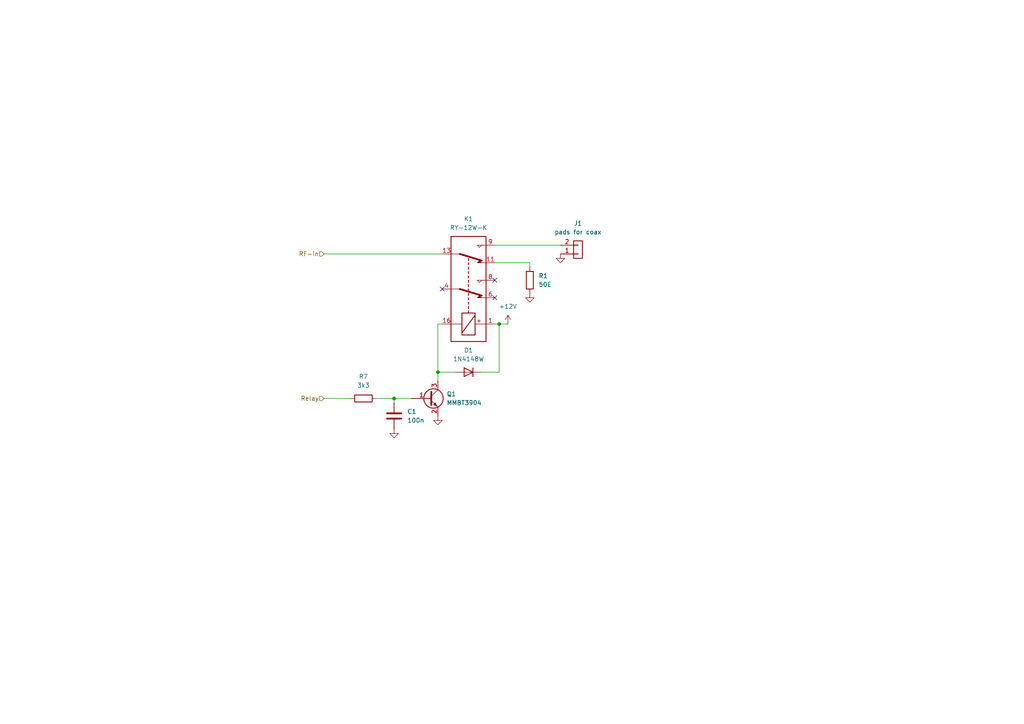
<source format=kicad_sch>
(kicad_sch (version 20211123) (generator eeschema)
  (paper "A4")
  (lib_symbols
    (symbol "Components:Conn_01x02" (pin_names (offset 1.016) hide)
      (property "Reference" "J7" (at 0 8.89 0))
      (property "Value" "Conn_01x02" (at 0 6.35 0))
      (symbol "Conn_01x02_1_1"
        (rectangle (start -1.27 -2.413) (end 0 -2.667) (stroke (width 0.1524)))
        (rectangle (start -1.27 0.127) (end 0 -0.127) (stroke (width 0.1524)))
        (rectangle (start -1.27 1.27) (end 1.27 -3.81) (stroke (width 0.254)))
        (pin passive line (at -5.08 0 0) (length 3.81) (name "Pin_1") (number "1"))
        (pin passive line (at -5.08 -2.54 0) (length 3.81) (name "Pin_2") (number "2"))
      )
    )
    (symbol "Components:RY-12W-K"
      (property "Reference" "K" (at 16.51 3.81 0))
      (property "Value" "RY-12W-K" (at 16.51 1.27 0))
      (symbol "RY-12W-K_0_0"
        (text "+" (at -9.271 2.921 0) (effects (font (size 1.27 1.27))))
      )
      (symbol "RY-12W-K_0_1"
        (rectangle (start -15.24 5.08) (end 15.24 -5.08) (stroke (width 0.254)))
        (rectangle (start -13.335 1.905) (end -6.985 -1.905) (stroke (width 0.254)))
        (polyline (pts (xy -12.7 -1.905) (xy -7.62 1.905)) (stroke (width 0.254)))
        (polyline (pts (xy -10.16 -5.08) (xy -10.16 -1.905)))
        (polyline (pts (xy -10.16 5.08) (xy -10.16 1.905)))
        (polyline (pts (xy -6.985 0) (xy -6.35 0)) (stroke (width 0.254)))
        (polyline (pts (xy -5.715 0) (xy -5.08 0)) (stroke (width 0.254)))
        (polyline (pts (xy -4.445 0) (xy -3.81 0)) (stroke (width 0.254)))
        (polyline (pts (xy -3.175 0) (xy -2.54 0)) (stroke (width 0.254)))
        (polyline (pts (xy -1.905 0) (xy -1.27 0)) (stroke (width 0.254)))
        (polyline (pts (xy -0.635 0) (xy 0 0)) (stroke (width 0.254)))
        (polyline (pts (xy 0 -2.54) (xy -1.905 3.81)) (stroke (width 0.508)))
        (polyline (pts (xy 0 -2.54) (xy 0 -5.08)))
        (polyline (pts (xy 0.635 0) (xy 1.27 0)) (stroke (width 0.254)))
        (polyline (pts (xy 1.905 0) (xy 2.54 0)) (stroke (width 0.254)))
        (polyline (pts (xy 3.175 0) (xy 3.81 0)) (stroke (width 0.254)))
        (polyline (pts (xy 4.445 0) (xy 5.08 0)) (stroke (width 0.254)))
        (polyline (pts (xy 5.715 0) (xy 6.35 0)) (stroke (width 0.254)))
        (polyline (pts (xy 6.985 0) (xy 7.62 0)) (stroke (width 0.254)))
        (polyline (pts (xy 8.255 0) (xy 8.89 0)) (stroke (width 0.254)))
        (polyline (pts (xy 10.16 -2.54) (xy 8.255 3.81)) (stroke (width 0.508)))
        (polyline (pts (xy 10.16 -2.54) (xy 10.16 -5.08)))
        (polyline (pts (xy -2.54 5.08) (xy -2.54 2.54) (xy -1.905 3.175) (xy -2.54 3.81)) (fill (type outline)))
        (polyline (pts (xy 2.54 5.08) (xy 2.54 2.54) (xy 1.905 3.175) (xy 2.54 3.81)))
        (polyline (pts (xy 7.62 5.08) (xy 7.62 2.54) (xy 8.255 3.175) (xy 7.62 3.81)) (fill (type outline)))
        (polyline (pts (xy 12.7 5.08) (xy 12.7 2.54) (xy 12.065 3.175) (xy 12.7 3.81)))
      )
      (symbol "RY-12W-K_1_1"
        (pin passive line (at -10.16 7.62 270) (length 2.54) (name "~") (number "1"))
        (pin passive line (at 7.62 7.62 270) (length 2.54) (name "~") (number "11"))
        (pin passive line (at 10.16 -7.62 90) (length 2.54) (name "~") (number "13"))
        (pin passive line (at -10.16 -7.62 90) (length 2.54) (name "~") (number "16"))
        (pin passive line (at 0 -7.62 90) (length 2.54) (name "~") (number "4"))
        (pin passive line (at -2.54 7.62 270) (length 2.54) (name "~") (number "6"))
        (pin passive line (at 2.54 7.62 270) (length 2.54) (name "~") (number "8"))
        (pin passive line (at 12.7 7.62 270) (length 2.54) (name "~") (number "9"))
      )
    )
    (symbol "Device:C" (pin_numbers hide) (pin_names (offset 0.254))
      (property "Reference" "C" (at 0.635 2.54 0))
      (property "Value" "C" (at 0.635 -2.54 0))
      (symbol "C_0_1"
        (polyline (pts (xy -2.032 -0.762) (xy 2.032 -0.762)) (stroke (width 0.508)))
        (polyline (pts (xy -2.032 0.762) (xy 2.032 0.762)) (stroke (width 0.508)))
      )
      (symbol "C_1_1"
        (pin passive line (at 0 3.81 270) (length 2.794) (name "~") (number "1"))
        (pin passive line (at 0 -3.81 90) (length 2.794) (name "~") (number "2"))
      )
    )
    (symbol "Device:R" (pin_numbers hide) (pin_names (offset 0))
      (property "Reference" "R" (at 2.032 0 90))
      (property "Value" "R" (at 0 0 90))
      (symbol "R_0_1"
        (rectangle (start -1.016 -2.54) (end 1.016 2.54) (stroke (width 0.254)))
      )
      (symbol "R_1_1"
        (pin passive line (at 0 3.81 270) (length 1.27) (name "~") (number "1"))
        (pin passive line (at 0 -3.81 90) (length 1.27) (name "~") (number "2"))
      )
    )
    (symbol "Diode:1N4148W" (pin_numbers hide) (pin_names hide)
      (property "Reference" "D" (at 0 2.54 0))
      (property "Value" "1N4148W" (at 0 -2.54 0))
      (symbol "1N4148W_0_1"
        (polyline (pts (xy -1.27 1.27) (xy -1.27 -1.27)) (stroke (width 0.254)))
        (polyline (pts (xy 1.27 0) (xy -1.27 0)))
        (polyline (pts (xy 1.27 1.27) (xy 1.27 -1.27) (xy -1.27 0) (xy 1.27 1.27)) (stroke (width 0.254)))
      )
      (symbol "1N4148W_1_1"
        (pin passive line (at -3.81 0 0) (length 2.54) (name "K") (number "1"))
        (pin passive line (at 3.81 0 180) (length 2.54) (name "A") (number "2"))
      )
    )
    (symbol "Transistor_BJT:MMBT3904" (pin_names (offset 0) hide)
      (property "Reference" "Q" (at 5.08 1.905 0))
      (property "Value" "MMBT3904" (at 5.08 0 0))
      (symbol "MMBT3904_0_1"
        (polyline (pts (xy 0.635 0.635) (xy 2.54 2.54)))
        (polyline (pts (xy 0.635 -0.635) (xy 2.54 -2.54) (xy 2.54 -2.54)))
        (polyline (pts (xy 0.635 1.905) (xy 0.635 -1.905) (xy 0.635 -1.905)) (stroke (width 0.508)))
        (polyline (pts (xy 1.27 -1.778) (xy 1.778 -1.27) (xy 2.286 -2.286) (xy 1.27 -1.778) (xy 1.27 -1.778)) (fill (type outline)))
        (circle (center 1.27 0) (radius 2.8194) (stroke (width 0.254)))
      )
      (symbol "MMBT3904_1_1"
        (pin input line (at -5.08 0 0) (length 5.715) (name "B") (number "1"))
        (pin passive line (at 2.54 -5.08 90) (length 2.54) (name "E") (number "2"))
        (pin passive line (at 2.54 5.08 270) (length 2.54) (name "C") (number "3"))
      )
    )
    (symbol "power:+12V" (power) (pin_names (offset 0))
      (property "Value" "+12V" (at 0 3.556 0))
      (symbol "+12V_0_1"
        (polyline (pts (xy -0.762 1.27) (xy 0 2.54)))
        (polyline (pts (xy 0 0) (xy 0 2.54)))
        (polyline (pts (xy 0 2.54) (xy 0.762 1.27)))
      )
      (symbol "+12V_1_1"
        (pin power_in line (at 0 0 90) (length 0) hide (name "+12V") (number "1"))
      )
    )
    (symbol "power:GND" (power) (pin_names (offset 0))
      (property "Value" "GND" (at 0 -3.81 0))
      (symbol "GND_0_1"
        (polyline (pts (xy 0 0) (xy 0 -1.27) (xy 1.27 -1.27) (xy 0 -2.54) (xy -1.27 -1.27) (xy 0 -1.27)))
      )
      (symbol "GND_1_1"
        (pin power_in line (at 0 0 270) (length 0) hide (name "GND") (number "1"))
      )
    )
  )
  (junction (at 114.3 115.57))
  (junction (at 144.78 93.98))
  (junction (at 127 107.95))
  (no_connect (at 128.27 83.82))
  (no_connect (at 143.51 81.28))
  (no_connect (at 143.51 86.36))
  (wire (pts (xy 143.51 76.2) (xy 153.67 76.2)))
  (wire (pts (xy 139.7 107.95) (xy 144.78 107.95)))
  (wire (pts (xy 114.3 115.57) (xy 114.3 116.84)))
  (wire (pts (xy 144.78 107.95) (xy 144.78 93.98)))
  (wire (pts (xy 114.3 115.57) (xy 119.38 115.57)))
  (wire (pts (xy 127 93.98) (xy 128.27 93.98)))
  (wire (pts (xy 127 110.49) (xy 127 107.95)))
  (wire (pts (xy 127 107.95) (xy 132.08 107.95)))
  (wire (pts (xy 109.22 115.57) (xy 114.3 115.57)))
  (wire (pts (xy 144.78 93.98) (xy 147.32 93.98)))
  (wire (pts (xy 153.67 76.2) (xy 153.67 77.47)))
  (wire (pts (xy 93.98 115.57) (xy 101.6 115.57)))
  (wire (pts (xy 143.51 93.98) (xy 144.78 93.98)))
  (wire (pts (xy 93.98 73.66) (xy 128.27 73.66)))
  (wire (pts (xy 127 107.95) (xy 127 93.98)))
  (wire (pts (xy 143.51 71.12) (xy 162.56 71.12)))
  (hierarchical_label "RF-in" (shape input) (at 93.98 73.66 180))
  (hierarchical_label "Relay" (shape input) (at 93.98 115.57 180))
  (symbol (lib_id "power:+12V") (at 147.32 93.98 0) (unit 1)
    (property "Reference" "#PWR045" (effects hide))
    (property "Value" "+12V" (at 147.32 88.9 0))
  )
  (symbol (lib_id "Device:R") (at 105.41 115.57 90) (unit 1)
    (property "Reference" "R7" (at 105.41 109.22 90))
    (property "Value" "3k3" (at 105.41 111.76 90))
    (property "Footprint" "Resistor_SMD:R_0603_1608Metric_Pad0.98x0.95mm_HandSolder" (effects hide))
  )
  (symbol (lib_id "Transistor_BJT:MMBT3904") (at 124.46 115.57 0) (unit 1)
    (property "Reference" "Q1" (at 129.54 114.2999 0) (effects (justify left)))
    (property "Value" "MMBT3904" (at 129.54 116.8399 0) (effects (justify left)))
    (property "Footprint" "Package_TO_SOT_SMD:SOT-23" (effects hide))
    (property "Datasheet" "https://www.onsemi.com/pub/Collateral/2N3903-D.PDF" (effects hide))
  )
  (symbol (lib_id "Components:Conn_01x02") (at 167.64 73.66 0) (mirror x) (unit 1)
    (property "Reference" "J1" (at 167.64 64.77 0))
    (property "Value" "pads for coax" (at 167.64 67.31 0))
    (property "Footprint" "Components:Coax_pad" (effects hide))
  )
  (symbol (lib_id "Device:C") (at 114.3 120.65 0) (unit 1)
    (property "Reference" "C1" (at 118.11 119.3799 0) (effects (justify left)))
    (property "Value" "100n" (at 118.11 121.9199 0) (effects (justify left)))
    (property "Footprint" "Capacitor_SMD:C_0603_1608Metric_Pad1.08x0.95mm_HandSolder" (effects hide))
  )
  (symbol (lib_id "Components:RY-12W-K") (at 135.89 83.82 270) (mirror x) (unit 1)
    (property "Reference" "K1" (at 135.89 63.5 90))
    (property "Value" "RY-12W-K" (at 135.89 66.04 90))
    (property "Footprint" "Components:RELAY_RY-12W-K" (effects hide))
    (property "Datasheet" "https://eu.mouser.com/datasheet/2/164/ry-914629.pdf" (effects hide))
  )
  (symbol (lib_id "power:GND") (at 127 120.65 0) (unit 1)
    (property "Reference" "#PWR044" (effects hide))
    (property "Value" "GND" (effects hide))
  )
  (symbol (lib_id "Device:R") (at 153.67 81.28 0) (unit 1)
    (property "Reference" "R1" (at 156.21 80.0099 0) (effects (justify left)))
    (property "Value" "50E" (at 156.21 82.5499 0) (effects (justify left)))
    (property "Footprint" "Resistor_SMD:R_1210_3225Metric_Pad1.30x2.65mm_HandSolder" (effects hide))
  )
  (symbol (lib_id "power:GND") (at 153.67 85.09 0) (unit 1)
    (property "Reference" "#PWR046" (effects hide))
    (property "Value" "GND" (effects hide))
  )
  (symbol (lib_id "power:GND") (at 162.56 73.66 0) (unit 1)
    (property "Reference" "#PWR07" (effects hide))
    (property "Value" "GND" (effects hide))
  )
  (symbol (lib_id "power:GND") (at 114.3 124.46 0) (unit 1)
    (property "Reference" "#PWR043" (effects hide))
    (property "Value" "GND" (effects hide))
  )
  (symbol (lib_id "Diode:1N4148W") (at 135.89 107.95 0) (mirror y) (unit 1)
    (property "Reference" "D1" (at 135.89 101.6 0))
    (property "Value" "1N4148W" (at 135.89 104.14 0))
    (property "Footprint" "Diode_SMD:D_SOD-123" (effects hide))
    (property "Datasheet" "https://www.vishay.com/docs/85748/1n4148w.pdf" (effects hide))
  )
)
</source>
